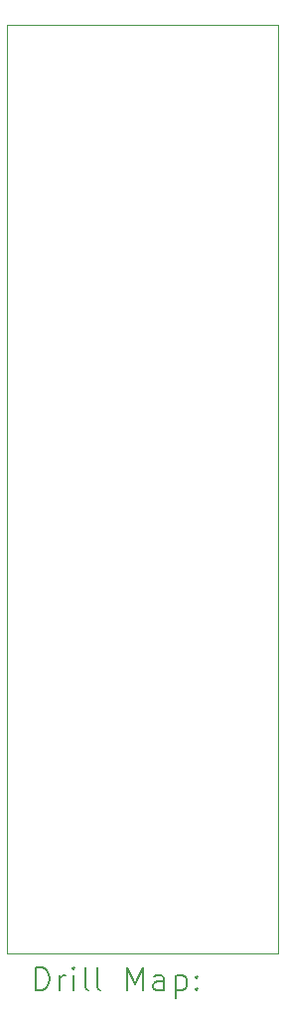
<source format=gbr>
%TF.GenerationSoftware,KiCad,Pcbnew,7.0.2*%
%TF.CreationDate,2023-05-03T22:51:01+02:00*%
%TF.ProjectId,Frackstock,46726163-6b73-4746-9f63-6b2e6b696361,rev?*%
%TF.SameCoordinates,PX54f9b60PY6e87f28*%
%TF.FileFunction,Drillmap*%
%TF.FilePolarity,Positive*%
%FSLAX45Y45*%
G04 Gerber Fmt 4.5, Leading zero omitted, Abs format (unit mm)*
G04 Created by KiCad (PCBNEW 7.0.2) date 2023-05-03 22:51:01*
%MOMM*%
%LPD*%
G01*
G04 APERTURE LIST*
%ADD10C,0.100000*%
%ADD11C,0.200000*%
G04 APERTURE END LIST*
D10*
X-320Y7904260D02*
X2304480Y7904260D01*
X2304480Y20D01*
X-320Y20D01*
X-320Y7904260D01*
D11*
X242299Y-317504D02*
X242299Y-117504D01*
X242299Y-117504D02*
X289918Y-117504D01*
X289918Y-117504D02*
X318490Y-127028D01*
X318490Y-127028D02*
X337537Y-146075D01*
X337537Y-146075D02*
X347061Y-165123D01*
X347061Y-165123D02*
X356585Y-203218D01*
X356585Y-203218D02*
X356585Y-231789D01*
X356585Y-231789D02*
X347061Y-269885D01*
X347061Y-269885D02*
X337537Y-288932D01*
X337537Y-288932D02*
X318490Y-307980D01*
X318490Y-307980D02*
X289918Y-317504D01*
X289918Y-317504D02*
X242299Y-317504D01*
X442299Y-317504D02*
X442299Y-184170D01*
X442299Y-222266D02*
X451823Y-203218D01*
X451823Y-203218D02*
X461347Y-193694D01*
X461347Y-193694D02*
X480394Y-184170D01*
X480394Y-184170D02*
X499442Y-184170D01*
X566109Y-317504D02*
X566109Y-184170D01*
X566109Y-117504D02*
X556585Y-127028D01*
X556585Y-127028D02*
X566109Y-136551D01*
X566109Y-136551D02*
X575632Y-127028D01*
X575632Y-127028D02*
X566109Y-117504D01*
X566109Y-117504D02*
X566109Y-136551D01*
X689918Y-317504D02*
X670870Y-307980D01*
X670870Y-307980D02*
X661347Y-288932D01*
X661347Y-288932D02*
X661347Y-117504D01*
X794680Y-317504D02*
X775632Y-307980D01*
X775632Y-307980D02*
X766108Y-288932D01*
X766108Y-288932D02*
X766108Y-117504D01*
X1023251Y-317504D02*
X1023251Y-117504D01*
X1023251Y-117504D02*
X1089918Y-260361D01*
X1089918Y-260361D02*
X1156585Y-117504D01*
X1156585Y-117504D02*
X1156585Y-317504D01*
X1337537Y-317504D02*
X1337537Y-212742D01*
X1337537Y-212742D02*
X1328013Y-193694D01*
X1328013Y-193694D02*
X1308966Y-184170D01*
X1308966Y-184170D02*
X1270870Y-184170D01*
X1270870Y-184170D02*
X1251823Y-193694D01*
X1337537Y-307980D02*
X1318490Y-317504D01*
X1318490Y-317504D02*
X1270870Y-317504D01*
X1270870Y-317504D02*
X1251823Y-307980D01*
X1251823Y-307980D02*
X1242299Y-288932D01*
X1242299Y-288932D02*
X1242299Y-269885D01*
X1242299Y-269885D02*
X1251823Y-250837D01*
X1251823Y-250837D02*
X1270870Y-241313D01*
X1270870Y-241313D02*
X1318490Y-241313D01*
X1318490Y-241313D02*
X1337537Y-231789D01*
X1432775Y-184170D02*
X1432775Y-384170D01*
X1432775Y-193694D02*
X1451823Y-184170D01*
X1451823Y-184170D02*
X1489918Y-184170D01*
X1489918Y-184170D02*
X1508966Y-193694D01*
X1508966Y-193694D02*
X1518489Y-203218D01*
X1518489Y-203218D02*
X1528013Y-222266D01*
X1528013Y-222266D02*
X1528013Y-279409D01*
X1528013Y-279409D02*
X1518489Y-298456D01*
X1518489Y-298456D02*
X1508966Y-307980D01*
X1508966Y-307980D02*
X1489918Y-317504D01*
X1489918Y-317504D02*
X1451823Y-317504D01*
X1451823Y-317504D02*
X1432775Y-307980D01*
X1613728Y-298456D02*
X1623251Y-307980D01*
X1623251Y-307980D02*
X1613728Y-317504D01*
X1613728Y-317504D02*
X1604204Y-307980D01*
X1604204Y-307980D02*
X1613728Y-298456D01*
X1613728Y-298456D02*
X1613728Y-317504D01*
X1613728Y-193694D02*
X1623251Y-203218D01*
X1623251Y-203218D02*
X1613728Y-212742D01*
X1613728Y-212742D02*
X1604204Y-203218D01*
X1604204Y-203218D02*
X1613728Y-193694D01*
X1613728Y-193694D02*
X1613728Y-212742D01*
M02*

</source>
